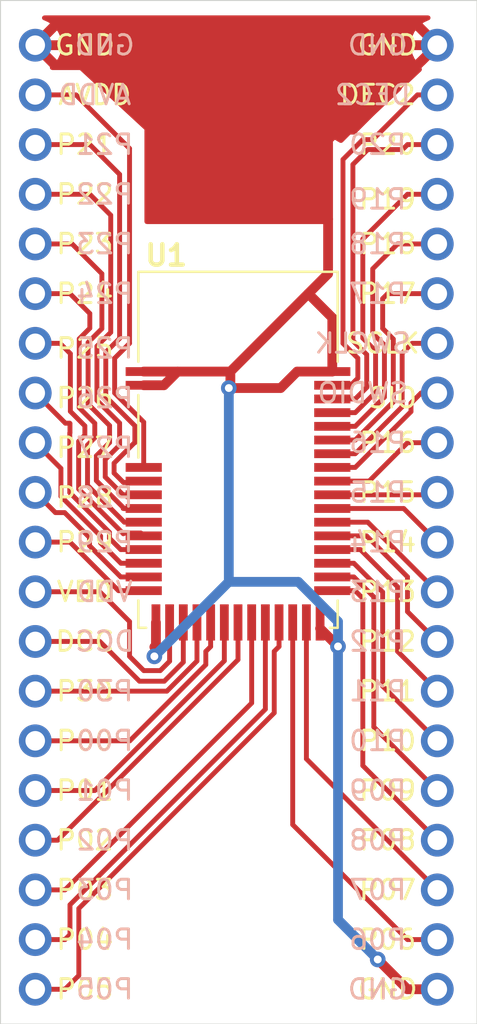
<source format=kicad_pcb>
(kicad_pcb (version 20211014) (generator pcbnew)
  (layers (0 "F.Cu" signal) (31 "B.Cu" signal) (34 "B.Paste" user) (35 "F.Paste" user) (36 "B.SilkS" user "B.Silkscreen") (37 "F.SilkS" user "F.Silkscreen") (38 "B.Mask" user) (39 "F.Mask" user) (44 "Edge.Cuts" user))
  (net 0 "")
  (footprint "Adafruit Bluefruit LE UART Friend:1X12_ROUND" (layer "F.Cu") (at 160.274 107.188 -90)
    (fp_text reference "JP4" hide)
    (fp_text value "HEADER-1X12" hide)
    (pad "1" thru_hole circle (at -13.97 0) (size 1.6764 1.6764) (drill 1) (layers *.Cu *.Mask))
    (pad "2" thru_hole circle (at -11.43 0) (size 1.6764 1.6764) (drill 1) (layers *.Cu *.Mask))
    (pad "3" thru_hole circle (at -8.89 0) (size 1.6764 1.6764) (drill 1) (layers *.Cu *.Mask))
    (pad "4" thru_hole circle (at -6.35 0) (size 1.6764 1.6764) (drill 1) (layers *.Cu *.Mask))
    (pad "5" thru_hole circle (at -3.81 0) (size 1.6764 1.6764) (drill 1) (layers *.Cu *.Mask))
    (pad "6" thru_hole circle (at -1.27 0) (size 1.6764 1.6764) (drill 1) (layers *.Cu *.Mask))
    (pad "7" thru_hole circle (at 1.27 0) (size 1.6764 1.6764) (drill 1) (layers *.Cu *.Mask))
    (pad "8" thru_hole circle (at 3.81 0) (size 1.6764 1.6764) (drill 1) (layers *.Cu *.Mask))
    (pad "9" thru_hole circle (at 6.35 0) (size 1.6764 1.6764) (drill 1) (layers *.Cu *.Mask))
    (pad "10" thru_hole circle (at 8.89 0) (size 1.6764 1.6764) (drill 1) (layers *.Cu *.Mask))
    (pad "11" thru_hole circle (at 11.43 0) (size 1.6764 1.6764) (drill 1) (layers *.Cu *.Mask))
    (pad "12" thru_hole circle (at 13.97 0) (size 1.6764 1.6764) (drill 1) (layers *.Cu *.Mask))
  )
  (footprint "Adafruit Bluefruit LE UART Friend:BLE_MODULE_RAYTAC_MDBT40" (layer "F.Cu") (at 150.0764 93.5813)
    (fp_text reference "U1" (at -4.866 -9.328) (layer "F.SilkS") (effects (font (size 1.0414 1.0414) (thickness 0.2286)) (justify left bottom)))
    (fp_text value "NRF51822_MODULE_MDBT40")
    (fp_line (start -5.1 -9.1) (end 5.1 -9.1) (layer "F.SilkS") (width 0.127))
    (fp_line (start -5.1 7.7) (end -5.1 9.1) (layer "F.SilkS") (width 0.127))
    (fp_line (start 5.1 9.1) (end 5.1 7.7) (layer "F.SilkS") (width 0.127))
    (fp_line (start -5.1 -4.5) (end -5.1 -9.1) (layer "F.SilkS") (width 0.127))
    (fp_line (start 4.7 9.1) (end 5.1 9.1) (layer "F.SilkS") (width 0.127))
    (fp_line (start -5.1 9.1) (end -4.7 9.1) (layer "F.SilkS") (width 0.127))
    (fp_line (start -5.1 -2.8) (end -5.1 0.4) (layer "F.SilkS") (width 0.127))
    (fp_line (start 5.1 -9.1) (end 5.1 -4.5) (layer "F.SilkS") (width 0.127))
    (pad "" np_thru_hole circle (at 2.2 -4.45) (size 0.9 0.9) (drill 0.9) (layers *.Cu *.Mask))
    (pad "1" smd rect (at -4.825 -4) (size 1.85 0.45) (layers "F.Cu" "F.Paste" "F.Mask"))
    (pad "2" smd rect (at -4.825 -3.3) (size 1.85 0.45) (layers "F.Cu" "F.Paste" "F.Mask"))
    (pad "3" smd rect (at -4.825 0.9) (size 1.85 0.45) (layers "F.Cu" "F.Paste" "F.Mask"))
    (pad "4" smd rect (at -4.825 1.6) (size 1.85 0.45) (layers "F.Cu" "F.Paste" "F.Mask"))
    (pad "5" smd rect (at -4.825 2.3) (size 1.85 0.45) (layers "F.Cu" "F.Paste" "F.Mask"))
    (pad "6" smd rect (at -4.825 3) (size 1.85 0.45) (layers "F.Cu" "F.Paste" "F.Mask"))
    (pad "7" smd rect (at -4.825 3.7) (size 1.85 0.45) (layers "F.Cu" "F.Paste" "F.Mask"))
    (pad "8" smd rect (at -4.825 4.4) (size 1.85 0.45) (layers "F.Cu" "F.Paste" "F.Mask"))
    (pad "9" smd rect (at -4.825 5.1) (size 1.85 0.45) (layers "F.Cu" "F.Paste" "F.Mask"))
    (pad "10" smd rect (at -4.825 5.8) (size 1.85 0.45) (layers "F.Cu" "F.Paste" "F.Mask"))
    (pad "11" smd rect (at -4.825 6.5) (size 1.85 0.45) (layers "F.Cu" "F.Paste" "F.Mask"))
    (pad "12" smd rect (at -4.825 7.2) (size 1.85 0.45) (layers "F.Cu" "F.Paste" "F.Mask"))
    (pad "13" smd rect (at -4.2 8.825 90) (size 1.85 0.45) (layers "F.Cu" "F.Paste" "F.Mask"))
    (pad "14" smd rect (at -3.5 8.825 90) (size 1.85 0.45) (layers "F.Cu" "F.Paste" "F.Mask"))
    (pad "15" smd rect (at -2.8 8.825 90) (size 1.85 0.45) (layers "F.Cu" "F.Paste" "F.Mask"))
    (pad "16" smd rect (at -2.1 8.825 90) (size 1.85 0.45) (layers "F.Cu" "F.Paste" "F.Mask"))
    (pad "17" smd rect (at -1.4 8.825 90) (size 1.85 0.45) (layers "F.Cu" "F.Paste" "F.Mask"))
    (pad "18" smd rect (at -0.7 8.825 90) (size 1.85 0.45) (layers "F.Cu" "F.Paste" "F.Mask"))
    (pad "19" smd rect (at 0 8.825 90) (size 1.85 0.45) (layers "F.Cu" "F.Paste" "F.Mask"))
    (pad "20" smd rect (at 0.7 8.825 90) (size 1.85 0.45) (layers "F.Cu" "F.Paste" "F.Mask"))
    (pad "21" smd rect (at 1.4 8.825 90) (size 1.85 0.45) (layers "F.Cu" "F.Paste" "F.Mask"))
    (pad "22" smd rect (at 2.1 8.825 90) (size 1.85 0.45) (layers "F.Cu" "F.Paste" "F.Mask"))
    (pad "23" smd rect (at 2.8 8.825 90) (size 1.85 0.45) (layers "F.Cu" "F.Paste" "F.Mask"))
    (pad "24" smd rect (at 3.5 8.825 90) (size 1.85 0.45) (layers "F.Cu" "F.Paste" "F.Mask"))
    (pad "25" smd rect (at 4.2 8.825 90) (size 1.85 0.45) (layers "F.Cu" "F.Paste" "F.Mask"))
    (pad "26" smd rect (at 4.825 7.2) (size 1.85 0.45) (layers "F.Cu" "F.Paste" "F.Mask"))
    (pad "27" smd rect (at 4.825 6.5) (size 1.85 0.45) (layers "F.Cu" "F.Paste" "F.Mask"))
    (pad "28" smd rect (at 4.825 5.8) (size 1.85 0.45) (layers "F.Cu" "F.Paste" "F.Mask"))
    (pad "29" smd rect (at 4.825 5.1) (size 1.85 0.45) (layers "F.Cu" "F.Paste" "F.Mask"))
    (pad "30" smd rect (at 4.825 4.4) (size 1.85 0.45) (layers "F.Cu" "F.Paste" "F.Mask"))
    (pad "31" smd rect (at 4.825 3.7) (size 1.85 0.45) (layers "F.Cu" "F.Paste" "F.Mask"))
    (pad "32" smd rect (at 4.825 3) (size 1.85 0.45) (layers "F.Cu" "F.Paste" "F.Mask"))
    (pad "33" smd rect (at 4.825 2.3) (size 1.85 0.45) (layers "F.Cu" "F.Paste" "F.Mask"))
    (pad "34" smd rect (at 4.825 1.6) (size 1.85 0.45) (layers "F.Cu" "F.Paste" "F.Mask"))
    (pad "35" smd rect (at 4.825 0.9) (size 1.85 0.45) (layers "F.Cu" "F.Paste" "F.Mask"))
    (pad "36" smd rect (at 4.825 0.2) (size 1.85 0.45) (layers "F.Cu" "F.Paste" "F.Mask"))
    (pad "37" smd rect (at 4.825 -0.5) (size 1.85 0.45) (layers "F.Cu" "F.Paste" "F.Mask"))
    (pad "38" smd rect (at 4.825 -1.2) (size 1.85 0.45) (layers "F.Cu" "F.Paste" "F.Mask"))
    (pad "39" smd rect (at 4.825 -1.9) (size 1.85 0.45) (layers "F.Cu" "F.Paste" "F.Mask"))
    (pad "40" smd rect (at 4.825 -2.6) (size 1.85 0.45) (layers "F.Cu" "F.Paste" "F.Mask"))
    (pad "41" smd rect (at 4.825 -3.3) (size 1.85 0.45) (layers "F.Cu" "F.Paste" "F.Mask"))
    (pad "42" smd rect (at 4.825 -4) (size 1.85 0.45) (layers "F.Cu" "F.Paste" "F.Mask"))
  )
  (footprint "Adafruit Bluefruit LE UART Friend:1X12_ROUND" (layer "F.Cu") (at 139.7 107.188 -90)
    (fp_text reference "JP2" hide)
    (fp_text value "HEADER-1X12" hide)
    (pad "1" thru_hole circle (at -13.97 0) (size 1.6764 1.6764) (drill 1) (layers *.Cu *.Mask))
    (pad "2" thru_hole circle (at -11.43 0) (size 1.6764 1.6764) (drill 1) (layers *.Cu *.Mask))
    (pad "3" thru_hole circle (at -8.89 0) (size 1.6764 1.6764) (drill 1) (layers *.Cu *.Mask))
    (pad "4" thru_hole circle (at -6.35 0) (size 1.6764 1.6764) (drill 1) (layers *.Cu *.Mask))
    (pad "5" thru_hole circle (at -3.81 0) (size 1.6764 1.6764) (drill 1) (layers *.Cu *.Mask))
    (pad "6" thru_hole circle (at -1.27 0) (size 1.6764 1.6764) (drill 1) (layers *.Cu *.Mask))
    (pad "7" thru_hole circle (at 1.27 0) (size 1.6764 1.6764) (drill 1) (layers *.Cu *.Mask))
    (pad "8" thru_hole circle (at 3.81 0) (size 1.6764 1.6764) (drill 1) (layers *.Cu *.Mask))
    (pad "9" thru_hole circle (at 6.35 0) (size 1.6764 1.6764) (drill 1) (layers *.Cu *.Mask))
    (pad "10" thru_hole circle (at 8.89 0) (size 1.6764 1.6764) (drill 1) (layers *.Cu *.Mask))
    (pad "11" thru_hole circle (at 11.43 0) (size 1.6764 1.6764) (drill 1) (layers *.Cu *.Mask))
    (pad "12" thru_hole circle (at 13.97 0) (size 1.6764 1.6764) (drill 1) (layers *.Cu *.Mask))
  )
  (footprint "Adafruit Bluefruit LE UART Friend:1X08_ROUND" (layer "F.Cu") (at 160.274 81.788 -90)
    (fp_text reference "JP3" hide)
    (fp_text value "HEADER-1X8" hide)
    (pad "1" thru_hole circle (at -8.89 0) (size 1.6764 1.6764) (drill 1) (layers *.Cu *.Mask))
    (pad "2" thru_hole circle (at -6.35 0) (size 1.6764 1.6764) (drill 1) (layers *.Cu *.Mask))
    (pad "3" thru_hole circle (at -3.81 0) (size 1.6764 1.6764) (drill 1) (layers *.Cu *.Mask))
    (pad "4" thru_hole circle (at -1.27 0) (size 1.6764 1.6764) (drill 1) (layers *.Cu *.Mask))
    (pad "5" thru_hole circle (at 1.27 0) (size 1.6764 1.6764) (drill 1) (layers *.Cu *.Mask))
    (pad "6" thru_hole circle (at 3.81 0) (size 1.6764 1.6764) (drill 1) (layers *.Cu *.Mask))
    (pad "7" thru_hole circle (at 6.35 0) (size 1.6764 1.6764) (drill 1) (layers *.Cu *.Mask))
    (pad "8" thru_hole circle (at 8.89 0) (size 1.6764 1.6764) (drill 1) (layers *.Cu *.Mask))
  )
  (footprint "Adafruit Bluefruit LE UART Friend:1X08_ROUND" (layer "F.Cu") (at 139.7 81.788 -90)
    (fp_text reference "JP1" hide)
    (fp_text value "HEADER-1X8" hide)
    (pad "1" thru_hole circle (at -8.89 0) (size 1.6764 1.6764) (drill 1) (layers *.Cu *.Mask))
    (pad "2" thru_hole circle (at -6.35 0) (size 1.6764 1.6764) (drill 1) (layers *.Cu *.Mask))
    (pad "3" thru_hole circle (at -3.81 0) (size 1.6764 1.6764) (drill 1) (layers *.Cu *.Mask))
    (pad "4" thru_hole circle (at -1.27 0) (size 1.6764 1.6764) (drill 1) (layers *.Cu *.Mask))
    (pad "5" thru_hole circle (at 1.27 0) (size 1.6764 1.6764) (drill 1) (layers *.Cu *.Mask))
    (pad "6" thru_hole circle (at 3.81 0) (size 1.6764 1.6764) (drill 1) (layers *.Cu *.Mask))
    (pad "7" thru_hole circle (at 6.35 0) (size 1.6764 1.6764) (drill 1) (layers *.Cu *.Mask))
    (pad "8" thru_hole circle (at 8.89 0) (size 1.6764 1.6764) (drill 1) (layers *.Cu *.Mask))
  )
  (gr_rect (start 137.922 122.936) (end 162.306 70.612) (layer "Edge.Cuts") (width 0.05) (fill none))
  (gr_text "P07" (at 157.226 116.078) (layer "B.SilkS") (effects (font (size 1 1)) (justify mirror)))
  (gr_text "P22" (at 143.256 80.518) (layer "B.SilkS") (effects (font (size 1 1)) (justify mirror)))
  (gr_text "P12" (at 157.226 103.378) (layer "B.SilkS") (effects (font (size 1 1)) (justify mirror)))
  (gr_text "P20" (at 157.226 77.978) (layer "B.SilkS") (effects (font (size 1 1)) (justify mirror)))
  (gr_text "P29" (at 143.256 98.298) (layer "B.SilkS") (effects (font (size 1 1)) (justify mirror)))
  (gr_text "P14" (at 157.226 98.298) (layer "B.SilkS") (effects (font (size 1 1)) (justify mirror)))
  (gr_text "SWDIO" (at 156.464 90.678) (layer "B.SilkS") (effects (font (size 1 1)) (justify mirror)))
  (gr_text "VDD" (at 143.256 100.838) (layer "B.SilkS") (effects (font (size 1 1)) (justify mirror)))
  (gr_text "SWCLK" (at 156.464 88.138) (layer "B.SilkS") (effects (font (size 1 1)) (justify mirror)))
  (gr_text "P28" (at 143.256 96.012) (layer "B.SilkS") (effects (font (size 1 1)) (justify mirror)))
  (gr_text "P02" (at 143.256 113.538) (layer "B.SilkS") (effects (font (size 1 1)) (justify mirror)))
  (gr_text "P06" (at 157.226 118.618) (layer "B.SilkS") (effects (font (size 1 1)) (justify mirror)))
  (gr_text "P09" (at 157.226 110.998) (layer "B.SilkS") (effects (font (size 1 1)) (justify mirror)))
  (gr_text "P13" (at 157.226 100.838) (layer "B.SilkS") (effects (font (size 1 1)) (justify mirror)))
  (gr_text "P19" (at 157.226 80.772) (layer "B.SilkS") (effects (font (size 1 1)) (justify mirror)))
  (gr_text "P27" (at 143.256 93.472) (layer "B.SilkS") (effects (font (size 1 1)) (justify mirror)))
  (gr_text "P01" (at 143.256 110.998) (layer "B.SilkS") (effects (font (size 1 1)) (justify mirror)))
  (gr_text "DCC" (at 143.256 103.378) (layer "B.SilkS") (effects (font (size 1 1)) (justify mirror)))
  (gr_text "P03" (at 143.256 116.078) (layer "B.SilkS") (effects (font (size 1 1)) (justify mirror)))
  (gr_text "P08" (at 157.226 113.538) (layer "B.SilkS") (effects (font (size 1 1)) (justify mirror)))
  (gr_text "P16" (at 157.226 93.218) (layer "B.SilkS") (effects (font (size 1 1)) (justify mirror)))
  (gr_text "DEC2" (at 156.972 75.438) (layer "B.SilkS") (effects (font (size 1 1)) (justify mirror)))
  (gr_text "P21" (at 143.256 77.978) (layer "B.SilkS") (effects (font (size 1 1)) (justify mirror)))
  (gr_text "P23" (at 143.256 83.058) (layer "B.SilkS") (effects (font (size 1 1)) (justify mirror)))
  (gr_text "P11" (at 157.226 105.918) (layer "B.SilkS") (effects (font (size 1 1)) (justify mirror)))
  (gr_text "P10" (at 157.226 108.458) (layer "B.SilkS") (effects (font (size 1 1)) (justify mirror)))
  (gr_text "GND" (at 157.226 72.898) (layer "B.SilkS") (effects (font (size 1 1)) (justify mirror)))
  (gr_text "P05" (at 143.256 121.158) (layer "B.SilkS") (effects (font (size 1 1)) (justify mirror)))
  (gr_text "GND" (at 143.256 72.898) (layer "B.SilkS") (effects (font (size 1 1)) (justify mirror)))
  (gr_text "P17" (at 157.226 85.598) (layer "B.SilkS") (effects (font (size 1 1)) (justify mirror)))
  (gr_text "P25" (at 143.256 88.392) (layer "B.SilkS") (effects (font (size 1 1)) (justify mirror)))
  (gr_text "P24" (at 143.256 85.598) (layer "B.SilkS") (effects (font (size 1 1)) (justify mirror)))
  (gr_text "P04" (at 143.256 118.618) (layer "B.SilkS") (effects (font (size 1 1)) (justify mirror)))
  (gr_text "P18" (at 157.226 83.058) (layer "B.SilkS") (effects (font (size 1 1)) (justify mirror)))
  (gr_text "AVDD" (at 142.748 75.438) (layer "B.SilkS") (effects (font (size 1 1)) (justify mirror)))
  (gr_text "P30" (at 143.256 105.918) (layer "B.SilkS") (effects (font (size 1 1)) (justify mirror)))
  (gr_text "GND" (at 157.226 121.158) (layer "B.SilkS") (effects (font (size 1 1)) (justify mirror)))
  (gr_text "P15" (at 157.226 95.758) (layer "B.SilkS") (effects (font (size 1 1)) (justify mirror)))
  (gr_text "P00" (at 143.256 108.458) (layer "B.SilkS") (effects (font (size 1 1)) (justify mirror)))
  (gr_text "P26" (at 143.256 90.932) (layer "B.SilkS") (effects (font (size 1 1)) (justify mirror)))
  (gr_text "P21" (at 142.24 77.978) (layer "F.SilkS") (effects (font (size 1 1))))
  (gr_text "SCLK" (at 157.48 88.138) (layer "F.SilkS") (effects (font (size 1 1))))
  (gr_text "GND" (at 157.734 121.158) (layer "F.SilkS") (effects (font (size 1 1))))
  (gr_text "AVDD" (at 142.748 75.438) (layer "F.SilkS") (effects (font (size 1 1))))
  (gr_text "DCC" (at 142.24 103.378) (layer "F.SilkS") (effects (font (size 1 1))))
  (gr_text "P22" (at 142.24 80.518) (layer "F.SilkS") (effects (font (size 1 1))))
  (gr_text "P04" (at 142.24 118.618) (layer "F.SilkS") (effects (font (size 1 1))))
  (gr_text "P09" (at 157.734 110.998) (layer "F.SilkS") (effects (font (size 1 1))))
  (gr_text "DEC2" (at 157.226 75.438) (layer "F.SilkS") (effects (font (size 1 1))))
  (gr_text "P24" (at 142.24 85.598) (layer "F.SilkS") (effects (font (size 1 1))))
  (gr_text "P27" (at 142.24 93.472) (layer "F.SilkS") (effects (font (size 1 1))))
  (gr_text "P11" (at 157.734 105.918) (layer "F.SilkS") (effects (font (size 1 1))))
  (gr_text "P17" (at 157.734 85.598) (layer "F.SilkS") (effects (font (size 1 1))))
  (gr_text "P14" (at 157.734 98.298) (layer "F.SilkS") (effects (font (size 1 1))))
  (gr_text "P20" (at 157.734 77.978) (layer "F.SilkS") (effects (font (size 1 1))))
  (gr_text "P29" (at 142.24 98.298) (layer "F.SilkS") (effects (font (size 1 1))))
  (gr_text "P12" (at 157.734 103.378) (layer "F.SilkS") (effects (font (size 1 1))))
  (gr_text "P06" (at 157.734 118.618) (layer "F.SilkS") (effects (font (size 1 1))))
  (gr_text "P10" (at 157.734 108.458) (layer "F.SilkS") (effects (font (size 1 1))))
  (gr_text "P23" (at 142.24 83.058) (layer "F.SilkS") (effects (font (size 1 1))))
  (gr_text "SIO" (at 157.988 90.932) (layer "F.SilkS") (effects (font (size 1 1))))
  (gr_text "P18" (at 157.734 83.058) (layer "F.SilkS") (effects (font (size 1 1))))
  (gr_text "P28" (at 142.24 96.012) (layer "F.SilkS") (effects (font (size 1 1))))
  (gr_text "GND" (at 142.24 72.898) (layer "F.SilkS") (effects (font (size 1 1))))
  (gr_text "P07" (at 157.734 116.078) (layer "F.SilkS") (effects (font (size 1 1))))
  (gr_text "P03" (at 142.24 116.078) (layer "F.SilkS") (effects (font (size 1 1))))
  (gr_text "P02" (at 142.24 113.538) (layer "F.SilkS") (effects (font (size 1 1))))
  (gr_text "P13" (at 157.734 100.838) (layer "F.SilkS") (effects (font (size 1 1))))
  (gr_text "P08" (at 157.734 113.538) (layer "F.SilkS") (effects (font (size 1 1))))
  (gr_text "P30" (at 142.24 105.918) (layer "F.SilkS") (effects (font (size 1 1))))
  (gr_text "P01" (at 142.24 110.998) (layer "F.SilkS") (effects (font (size 1 1))))
  (gr_text "P19" (at 157.734 80.772) (layer "F.SilkS") (effects (font (size 1 1))))
  (gr_text "VDD" (at 142.24 100.838) (layer "F.SilkS") (effects (font (size 1 1))))
  (gr_text "P00" (at 142.24 108.458) (layer "F.SilkS") (effects (font (size 1 1))))
  (gr_text "P16" (at 157.734 93.218) (layer "F.SilkS") (effects (font (size 1 1))))
  (gr_text "P05" (at 142.24 121.158) (layer "F.SilkS") (effects (font (size 1 1))))
  (gr_text "P15" (at 157.734 95.758) (layer "F.SilkS") (effects (font (size 1 1))))
  (gr_text "P25" (at 142.24 88.392) (layer "F.SilkS") (effects (font (size 1 1))))
  (gr_text "GND" (at 157.734 72.898) (layer "F.SilkS") (effects (font (size 1 1))))
  (gr_text "P26" (at 142.24 90.932) (layer "F.SilkS") (effects (font (size 1 1))))
  (segment (start 152.1764 102.4063) (end 152.1764 103.6392) (width 0.25) (layer "F.Cu") (net 0))
  (segment (start 153.101401 89.5813) (end 152.258701 90.424) (width 0.5) (layer "F.Cu") (net 0))
  (segment (start 145.2514 92.1654) (end 143.764 90.678) (width 0.25) (layer "F.Cu") (net 0))
  (segment (start 157.0268 101.1003) (end 157.0268 107.7508) (width 0.25) (layer "F.Cu") (net 0))
  (segment (start 143.73485 94.26315) (end 143.73485 94.77115) (width 0.25) (layer "F.Cu") (net 0))
  (segment (start 156.464 87.872156) (end 156.464 82.804) (width 0.25) (layer "F.Cu") (net 0))
  (segment (start 141.206234 96.791766) (end 140.733766 96.791766) (width 0.25) (layer "F.Cu") (net 0))
  (segment (start 144.018 92.213844) (end 142.8576 91.053444) (width 0.25) (layer "F.Cu") (net 0))
  (segment (start 142.748 72.898) (end 143.764 72.898) (width 0.5) (layer "F.Cu") (net 0))
  (segment (start 157.48 87.376) (end 157.48 85.852) (width 0.25) (layer "F.Cu") (net 0))
  (segment (start 142.37525 95.397094) (end 142.37525 93.33675) (width 0.25) (layer "F.Cu") (net 0))
  (segment (start 153.5764 102.4063) (end 153.5764 109.3804) (width 0.25) (layer "F.Cu") (net 0))
  (segment (start 146.304 80.518) (end 147.574 81.788) (width 0.5) (layer "F.Cu") (net 0))
  (segment (start 140.733766 96.791766) (end 139.7 95.758) (width 0.25) (layer "F.Cu") (net 0))
  (segment (start 154.2764 102.4063) (end 154.2764 102.7144) (width 0.25) (layer "F.Cu") (net 0))
  (segment (start 142.4044 88.094678) (end 142.4044 91.241166) (width 0.25) (layer "F.Cu") (net 0))
  (segment (start 158.496 78.232) (end 158.75 77.978) (width 0.25) (layer "F.Cu") (net 0))
  (segment (start 139.7 110.998) (end 142.748 110.998) (width 0.25) (layer "F.Cu") (net 0))
  (segment (start 153.67 85.598) (end 154.686 84.582) (width 0.5) (layer "F.Cu") (net 0))
  (segment (start 142.476234 98.481134) (end 142.476234 98.061766) (width 0.25) (layer "F.Cu") (net 0))
  (segment (start 139.7 77.978) (end 142.494 77.978) (width 0.25) (layer "F.Cu") (net 0))
  (segment (start 141.46885 95.772538) (end 141.46885 92.71915) (width 0.25) (layer "F.Cu") (net 0))
  (segment (start 158.476 88.646) (end 158.984 88.138) (width 0.25) (layer "F.Cu") (net 0))
  (segment (start 144.526 104.14) (end 144.526 102.362) (width 0.25) (layer "F.Cu") (net 0))
  (segment (start 150.7764 106.5256) (end 141.224 116.078) (width 0.25) (layer "F.Cu") (net 0))
  (segment (start 154.9014 97.9813) (end 156.6553 97.9813) (width 0.25) (layer "F.Cu") (net 0))
  (segment (start 154.9014 97.2813) (end 156.7173 97.2813) (width 0.25) (layer "F.Cu") (net 0))
  (segment (start 144.018 87.884) (end 143.3108 88.5912) (width 0.25) (layer "F.Cu") (net 0))
  (segment (start 141.478 92.71) (end 141.478 92.237532) (width 0.25) (layer "F.Cu") (net 0))
  (segment (start 154.9014 95.8813) (end 160.1507 95.8813) (width 0.25) (layer "F.Cu") (net 0))
  (segment (start 145.2514 98.6813) (end 144.0764 98.6813) (width 0.25) (layer "F.Cu") (net 0))
  (segment (start 150.0764 102.4063) (end 150.0764 104.310522) (width 0.25) (layer "F.Cu") (net 0))
  (segment (start 144.2093 97.872066) (end 144.246866 97.8345) (width 0.25) (layer "F.Cu") (net 0))
  (segment (start 144.018 79.502) (end 144.018 87.884) (width 0.25) (layer "F.Cu") (net 0))
  (segment (start 156.0764 93.0813) (end 158.0228 91.1349) (width 0.25) (layer "F.Cu") (net 0))
  (segment (start 156.972 84.328) (end 158.242 83.058) (width 0.25) (layer "F.Cu") (net 0))
  (segment (start 154.9014 89.5813) (end 154.9014 86.8294) (width 0.5) (layer "F.Cu") (net 0))
  (segment (start 158.476 91.3817) (end 158.476 88.646) (width 0.25) (layer "F.Cu") (net 0))
  (segment (start 141.224 116.078) (end 139.7 116.078) (width 0.25) (layer "F.Cu") (net 0))
  (segment (start 154.9014 95.1813) (end 156.7867 95.1813) (width 0.25) (layer "F.Cu") (net 0))
  (segment (start 157.1164 88.524556) (end 156.464 87.872156) (width 0.25) (layer "F.Cu") (net 0))
  (segment (start 156.3393 98.6813) (end 158.242 100.584) (width 0.25) (layer "F.Cu") (net 0))
  (segment (start 144.018 93.339078) (end 144.018 92.213844) (width 0.25) (layer "F.Cu") (net 0))
  (segment (start 158.5573 96.5813) (end 160.274 98.298) (width 0.25) (layer "F.Cu") (net 0))
  (segment (start 148.6764 103.6392) (end 148.4296 103.886) (width 0.25) (layer "F.Cu") (net 0))
  (segment (start 141.92205 93.149028) (end 142.24 92.831078) (width 0.25) (layer "F.Cu") (net 0))
  (segment (start 150.7764 102.4063) (end 150.7764 106.5256) (width 0.25) (layer "F.Cu") (net 0))
  (segment (start 155.8447 90.2813) (end 156.21 89.916) (width 0.25) (layer "F.Cu") (net 0))
  (segment (start 154.9014 99.3813) (end 156.0078 99.3813) (width 0.25) (layer "F.Cu") (net 0))
  (segment (start 157.0268 107.7508) (end 160.274 110.998) (width 0.25) (layer "F.Cu") (net 0))
  (segment (start 141.5876 83.058) (end 143.1116 84.582) (width 0.25) (layer "F.Cu") (net 0))
  (segment (start 156.0078 100.0813) (end 157.0268 101.1003) (width 0.25) (layer "F.Cu") (net 0))
  (segment (start 160.1507 95.8813) (end 160.274 95.758) (width 0.25) (layer "F.Cu") (net 0))
  (segment (start 146.097631 104.8682) (end 145.2542 104.8682) (width 0.25) (layer "F.Cu") (net 0))
  (segment (start 141.241766 92.219766) (end 139.7 90.678) (width 0.25) (layer "F.Cu") (net 0))
  (segment (start 157.5696 88.2276) (end 156.972 87.63) (width 0.25) (layer "F.Cu") (net 0))
  (segment (start 156.066878 100.7813) (end 156.464 101.178422) (width 0.25) (layer "F.Cu") (net 0))
  (segment (start 143.044956 98.340956) (end 144.0853 99.3813) (width 0.25) (layer "F.Cu") (net 0))
  (segment (start 144.246866 97.8345) (end 145.1046 97.8345) (width 0.25) (layer "F.Cu") (net 0))
  (segment (start 151.9296 103.886) (end 151.9296 107.029322) (width 0.25) (layer "F.Cu") (net 0))
  (segment (start 142.8576 88.2824) (end 143.5648 87.5752) (width 0.25) (layer "F.Cu") (net 0))
  (segment (start 158.0228 91.1349) (end 158.0228 87.9188) (width 0.25) (layer "F.Cu") (net 0))
  (segment (start 158.242 83.058) (end 160.274 83.058) (width 0.25) (layer "F.Cu") (net 0))
  (segment (start 155.194 77.216) (end 155.956 77.216) (width 0.5) (layer "F.Cu") (net 0))
  (segment (start 156.0764 92.3813) (end 157.5696 90.8881) (width 0.25) (layer "F.Cu") (net 0))
  (segment (start 158.75 77.978) (end 160.274 77.978) (width 0.25) (layer "F.Cu") (net 0))
  (segment (start 141.9312 120.4508) (end 141.224 121.158) (width 0.25) (layer "F.Cu") (net 0))
  (segment (start 151.9296 107.029322) (end 141.9312 117.027722) (width 0.25) (layer "F.Cu") (net 0))
  (segment (start 143.044956 97.989566) (end 143.044956 98.340956) (width 0.25) (layer "F.Cu") (net 0))
  (segment (start 142.494 77.978) (end 144.018 79.502) (width 0.25) (layer "F.Cu") (net 0))
  (segment (start 145.2514 95.1813) (end 145.1827 95.25) (width 0.25) (layer "F.Cu") (net 0))
  (segment (start 140.97 88.138) (end 139.7 88.138) (width 0.25) (layer "F.Cu") (net 0))
  (segment (start 152.8764 102.4063) (end 152.8764 112.7444) (width 0.25) (layer "F.Cu") (net 0))
  (segment (start 158.75 118.618) (end 160.274 118.618) (width 0.25) (layer "F.Cu") (net 0))
  (segment (start 156.464 109.728) (end 160.274 113.538) (width 0.25) (layer "F.Cu") (net 0))
  (segment (start 145.2514 100.0813) (end 144.0764 100.0813) (width 0.25) (layer "F.Cu") (net 0))
  (segment (start 154.2764 102.7144) (end 155.194 103.632) (width 0.5) (layer "F.Cu") (net 0))
  (segment (start 156.0078 99.3813) (end 157.48 100.8535) (width 0.25) (layer "F.Cu") (net 0))
  (segment (start 144.537844 108.458) (end 139.7 108.458) (width 0.25) (layer "F.Cu") (net 0))
  (segment (start 144.251678 96.5813) (end 145.2514 96.5813) (width 0.25) (layer "F.Cu") (net 0))
  (segment (start 158.9292 91.193978) (end 159.445178 90.678) (width 0.25) (layer "F.Cu") (net 0))
  (segment (start 144.526 102.362) (end 143.002 100.838) (width 0.25) (layer "F.Cu") (net 0))
  (segment (start 158.75 80.518) (end 160.274 80.518) (width 0.25) (layer "F.Cu") (net 0))
  (segment (start 143.002 100.838) (end 139.7 100.838) (width 0.25) (layer "F.Cu") (net 0))
  (segment (start 154.686 81.788) (end 154.686 77.724) (width 0.5) (layer "F.Cu") (net 0))
  (segment (start 158.242 100.584) (end 158.242 103.886) (width 0.25) (layer "F.Cu") (net 0))
  (segment (start 158.75 100.076) (end 158.75 101.854) (width 0.25) (layer "F.Cu") (net 0))
  (segment (start 142.494 87.364156) (end 142.494 86.614) (width 0.25) (layer "F.Cu") (net 0))
  (segment (start 149.606 90.424) (end 149.6867 90.3433) (width 0.25) (layer "F.Cu") (net 0))
  (segment (start 156.6632 88.712278) (end 155.956 88.005078) (width 0.25) (layer "F.Cu") (net 0))
  (segment (start 141.478 118.364) (end 141.224 118.618) (width 0.25) (layer "F.Cu") (net 0))
  (segment (start 155.956 78.994) (end 156.718 78.232) (width 0.25) (layer "F.Cu") (net 0))
  (segment (start 157.48 105.664) (end 160.274 108.458) (width 0.25) (layer "F.Cu") (net 0))
  (segment (start 142.748 92.225688) (end 141.9512 91.428888) (width 0.25) (layer "F.Cu") (net 0))
  (segment (start 142.488078 95.509922) (end 142.37525 95.397094) (width 0.25) (layer "F.Cu") (net 0))
  (segment (start 154.9014 91.6813) (end 156.0764 91.6813) (width 0.25) (layer "F.Cu") (net 0))
  (segment (start 143.764 72.898) (end 160.274 72.898) (width 0.5) (layer "F.Cu") (net 0))
  (segment (start 142.37525 93.33675) (end 142.748 92.964) (width 0.25) (layer "F.Cu") (net 0))
  (segment (start 156.0764 90.9813) (end 156.6632 90.3945) (width 0.25) (layer "F.Cu") (net 0))
  (segment (start 142.8576 91.053444) (end 142.8576 88.2824) (width 0.25) (layer "F.Cu") (net 0))
  (segment (start 146.304 76.454) (end 146.304 80.518) (width 0.5) (layer "F.Cu") (net 0))
  (segment (start 154.9014 92.3813) (end 156.0764 92.3813) (width 0.25) (layer "F.Cu") (net 0))
  (segment (start 141.224 121.158) (end 139.7 121.158) (width 0.25) (layer "F.Cu") (net 0))
  (segment (start 156.0764 91.6813) (end 157.1164 90.6413) (width 0.25) (layer "F.Cu") (net 0))
  (segment (start 157.1164 90.6413) (end 157.1164 88.524556) (width 0.25) (layer "F.Cu") (net 0))
  (segment (start 152.1764 103.6392) (end 151.9296 103.886) (width 0.25) (layer "F.Cu") (net 0))
  (segment (start 158.242 103.886) (end 160.274 105.918) (width 0.25) (layer "F.Cu") (net 0))
  (segment (start 154.9014 93.0813) (end 156.0764 93.0813) (width 0.25) (layer "F.Cu") (net 0))
  (segment (start 143.28165 94.97035) (end 143.28165 94.075428) (width 0.25) (layer "F.Cu") (net 0))
  (segment (start 142.4044 91.241166) (end 143.504078 92.340844) (width 0.25) (layer "F.Cu") (net 0))
  (segment (start 147.2764 102.4063) (end 147.2764 104.4376) (width 0.25) (layer "F.Cu") (net 0))
  (segment (start 148.4296 104.566244) (end 144.537844 108.458) (width 0.25) (layer "F.Cu") (net 0))
  (segment (start 143.498156 98.103056) (end 143.498156 97.801844) (width 0.25) (layer "F.Cu") (net 0))
  (segment (start 153.5764 109.3804) (end 160.274 116.078) (width 0.25) (layer "F.Cu") (net 0))
  (segment (start 156.464 101.178422) (end 156.464 109.728) (width 0.25) (layer "F.Cu") (net 0))
  (segment (start 142.748 92.964) (end 142.748 92.225688) (width 0.25) (layer "F.Cu") (net 0))
  (segment (start 154.9014 94.4813) (end 156.0764 94.4813) (width 0.25) (layer "F.Cu") (net 0))
  (segment (start 144.259456 97.2813) (end 142.488078 95.509922) (width 0.25) (layer "F.Cu") (net 0))
  (segment (start 147.574 81.788) (end 154.686 81.788) (width 0.5) (layer "F.Cu") (net 0))
  (segment (start 141.478 92.237532) (end 141.460234 92.219766) (width 0.25) (layer "F.Cu") (net 0))
  (segment (start 156.0764 93.7813) (end 158.476 91.3817) (width 0.25) (layer "F.Cu") (net 0))
  (segment (start 158.75 93.218) (end 160.274 93.218) (width 0.25) (layer "F.Cu") (net 0))
  (segment (start 139.7 72.898) (end 142.748 72.898) (width 0.5) (layer "F.Cu") (net 0))
  (segment (start 145.2514 96.5813) (end 144.200378 96.5813) (width 0.25) (layer "F.Cu") (net 0))
  (segment (start 144.526 88.138) (end 144.526 78.1772) (width 0.25) (layer "F.Cu") (net 0))
  (segment (start 157.734 85.598) (end 160.274 85.598) (width 0.25) (layer "F.Cu") (net 0))
  (segment (start 143.764 88.9) (end 144.526 88.138) (width 0.25) (layer "F.Cu") (net 0))
  (segment (start 151.4764 106.8416) (end 141.478 116.84) (width 0.25) (layer "F.Cu") (net 0))
  (segment (start 145.8764 103.5813) (end 145.796 103.6617) (width 0.5) (layer "F.Cu") (net 0))
  (segment (start 156.21 88.9) (end 155.448 88.138) (width 0.25) (layer "F.Cu") (net 0))
  (segment (start 143.1116 87.387478) (end 142.4044 88.094678) (width 0.25) (layer "F.Cu") (net 0))
  (segment (start 154.9014 100.7813) (end 156.066878 100.7813) (width 0.25) (layer "F.Cu") (net 0))
  (segment (start 141.224 118.618) (end 139.7 118.618) (width 0.25) (layer "F.Cu") (net 0))
  (segment (start 144.1926 95.8813) (end 143.28165 94.97035) (width 0.25) (layer "F.Cu") (net 0))
  (segment (start 147.2764 104.4376) (end 146.304 105.41) (width 0.25) (layer "F.Cu") (net 0))
  (segment (start 156.6632 90.3945) (end 156.6632 88.712278) (width 0.25) (layer "F.Cu") (net 0))
  (segment (start 155.448 88.138) (end 155.448 78.74) (width 0.25) (layer "F.Cu") (net 0))
  (segment (start 144.2093 97.872066) (end 141.92205 95.584816) (width 0.25) (layer "F.Cu") (net 0))
  (segment (start 140.848922 113.538) (end 139.7 113.538) (width 0.25) (layer "F.Cu") (net 0))
  (segment (start 141.478 116.84) (end 141.478 118.364) (width 0.25) (layer "F.Cu") (net 0))
  (segment (start 156.7173 97.2813) (end 160.274 100.838) (width 0.25) (layer "F.Cu") (net 0))
  (segment (start 148.4296 103.886) (end 148.4296 104.566244) (width 0.25) (layer "F.Cu") (net 0))
  (segment (start 143.002 103.378) (end 139.7 103.378) (width 0.25) (layer "F.Cu") (net 0))
  (segment (start 158.75 101.854) (end 160.274 103.378) (width 0.25) (layer "F.Cu") (net 0))
  (segment (start 158.0228 87.9188) (end 157.48 87.376) (width 0.25) (layer "F.Cu") (net 0))
  (segment (start 154.9014 98.6813) (end 156.3393 98.6813) (width 0.25) (layer "F.Cu") (net 0))
  (segment (start 154.9014 100.0813) (end 156.0078 100.0813) (width 0.25) (layer "F.Cu") (net 0))
  (segment (start 141.478 85.598) (end 139.7 85.598) (width 0.25) (layer "F.Cu") (net 0))
  (segment (start 156.0764 94.4813) (end 158.9292 91.6285) (width 0.25) (layer "F.Cu") (net 0))
  (segment (start 144.0764 100.0813) (end 142.476234 98.481134) (width 0.25) (layer "F.Cu") (net 0))
  (segment (start 158.984 88.138) (end 160.274 88.138) (width 0.25) (layer "F.Cu") (net 0))
  (segment (start 141.9312 117.027722) (end 141.9312 120.4508) (width 0.25) (layer "F.Cu") (net 0))
  (segment (start 154.686 77.724) (end 155.194 77.216) (width 0.5) (layer "F.Cu") (net 0))
  (segment (start 154.9014 86.8294) (end 153.67 85.598) (width 0.5) (layer "F.Cu") (net 0))
  (segment (start 144.2137 95.25) (end 143.73485 94.77115) (width 0.25) (layer "F.Cu") (net 0))
  (segment (start 141.46885 92.71915) (end 141.478 92.71) (width 0.25) (layer "F.Cu") (net 0))
  (segment (start 141.460234 92.219766) (end 141.241766 92.219766) (width 0.25) (layer "F.Cu") (net 0))
  (segment (start 152.8764 112.7444) (end 158.75 118.618) (width 0.25) (layer "F.Cu") (net 0))
  (segment (start 156.972 87.63) (end 156.972 84.328) (width 0.25) (layer "F.Cu") (net 0))
  (segment (start 147.9764 102.4063) (end 147.9764 104.378522) (width 0.25) (layer "F.Cu") (net 0))
  (segment (start 150.0764 104.310522) (end 140.848922 113.538) (width 0.25) (layer "F.Cu") (net 0))
  (segment (start 142.494 80.518) (end 139.7 80.518) (width 0.25) (layer "F.Cu") (net 0))
  (segment (start 145.2514 97.2813) (end 144.259456 97.2813) (width 0.25) (layer "F.Cu") (net 0))
  (segment (start 139.7 98.298) (end 141.478 98.298) (width 0.25) (layer "F.Cu") (net 0))
  (segment (start 145.1046 97.8345) (end 145.2514 97.9813) (width 0.25) (layer "F.Cu") (net 0))
  (segment (start 155.956 88.005078) (end 155.956 78.994) (width 0.25) (layer "F.Cu") (net 0))
  (segment (start 142.24 92.831078) (end 142.24 92.35861) (width 0.25) (layer "F.Cu") (net 0))
  (segment (start 155.448 78.74) (end 156.464 77.724) (width 0.25) (layer "F.Cu") (net 0))
  (segment (start 156.972 77.724) (end 159.258 75.438) (width 0.25) (layer "F.Cu") (net 0))
  (segment (start 143.28165 94.075428) (end 144.018 93.339078) (width 0.25) (layer "F.Cu") (net 0))
  (segment (start 144.0853 99.3813) (end 145.2514 99.3813) (width 0.25) (layer "F.Cu") (net 0))
  (segment (start 154.9014 93.7813) (end 156.0764 93.7813) (width 0.25) (layer "F.Cu") (net 0))
  (segment (start 142.24 92.35861) (end 141.498 91.61661) (width 0.25) (layer "F.Cu") (net 0))
  (segment (start 157.48 100.8535) (end 157.48 105.664) (width 0.25) (layer "F.Cu") (net 0))
  (segment (start 158.75 121.158) (end 157.226 119.634) (width 0.5) (layer "F.Cu") (net 0))
  (segment (start 141.01565 94.53365) (end 141.01565 95.96026) (width 0.25) (layer "F.Cu") (net 0))
  (segment (start 141.478 98.298) (end 143.9613 100.7813) (width 0.25) (layer "F.Cu") (net 0))
  (segment (start 146.5764 104.389431) (end 146.097631 104.8682) (width 0.25) (layer "F.Cu") (net 0))
  (segment (start 144.0764 98.6813) (end 143.498156 98.103056) (width 0.25) (layer "F.Cu") (net 0))
  (segment (start 143.5648 87.5752) (end 143.5648 81.5888) (width 0.25) (layer "F.Cu") (net 0))
  (segment (start 141.01565 95.96026) (end 143.044956 97.989566) (width 0.25) (layer "F.Cu") (net 0))
  (segment (start 154.9014 90.9813) (end 156.0764 90.9813) (width 0.25) (layer "F.Cu") (net 0))
  (segment (start 142.748 110.998) (end 149.3764 104.3696) (width 0.25) (layer "F.Cu") (net 0))
  (segment (start 143.9613 100.7813) (end 145.2514 100.7813) (width 0.25) (layer "F.Cu") (net 0))
  (segment (start 154.686 84.582) (end 154.686 81.788) (width 0.5) (layer "F.Cu") (net 0))
  (segment (start 146.5764 102.4063) (end 146.5764 104.389431) (width 0.25) (layer "F.Cu") (net 0))
  (segment (start 156.464 82.804) (end 158.75 80.518) (width 0.25) (layer "F.Cu") (net 0))
  (segment (start 144.526 78.1772) (end 141.7868 75.438) (width 0.25) (layer "F.Cu") (net 0))
  (segment (start 146.9853 89.5813) (end 149.6867 89.5813) (width 0.5) (layer "F.Cu") (net 0))
  (segment (start 142.82845 93.887706) (end 142.82845 95.158072) (width 0.25) (layer "F.Cu") (net 0))
  (segment (start 143.3108 88.5912) (end 143.3108 90.865722) (width 0.25) (layer "F.Cu") (net 0))
  (segment (start 145.034 105.41) (end 143.002 103.378) (width 0.25) (layer "F.Cu") (net 0))
  (segment (start 149.6867 89.5813) (end 153.67 85.598) (width 0.5) (layer "F.Cu") (net 0))
  (segment (start 149.3764 104.3696) (end 149.3764 102.4063) (width 0.25) (layer "F.Cu") (net 0))
  (segment (start 141.498 91.61661) (end 141.498 88.666) (width 0.25) (layer "F.Cu") (net 0))
  (segment (start 146.436922 105.918) (end 139.7 105.918) (width 0.25) (layer "F.Cu") (net 0))
  (segment (start 142.476234 98.061766) (end 141.206234 96.791766) (width 0.25) (layer "F.Cu") (net 0))
  (segment (start 146.304 105.41) (end 145.034 105.41) (width 0.25) (layer "F.Cu") (net 0))
  (segment (start 141.9512 87.906956) (end 142.494 87.364156) (width 0.25) (layer "F.Cu") (net 0))
  (segment (start 145.1827 95.25) (end 144.2137 95.25) (width 0.25) (layer "F.Cu") (net 0))
  (segment (start 146.2853 90.2813) (end 146.9853 89.5813) (width 0.5) (layer "F.Cu") (net 0))
  (segment (start 144.78 93.218) (end 143.73485 94.26315) (width 0.25) (layer "F.Cu") (net 0))
  (segment (start 141.7868 75.438) (end 139.7 75.438) (width 0.25) (layer "F.Cu") (net 0))
  (segment (start 141.9512 91.428888) (end 141.9512 87.906956) (width 0.25) (layer "F.Cu") (net 0))
  (segment (start 158.9292 91.6285) (end 158.9292 91.193978) (width 0.25) (layer "F.Cu") (net 0))
  (segment (start 142.82845 95.158072) (end 144.251678 96.5813) (width 0.25) (layer "F.Cu") (net 0))
  (segment (start 149.6867 90.3433) (end 149.6867 89.5813) (width 0.5) (layer "F.Cu") (net 0))
  (segment (start 139.7 83.058) (end 141.5876 83.058) (width 0.25) (layer "F.Cu") (net 0))
  (segment (start 146.9853 89.5813) (end 145.2514 89.5813) (width 0.5) (layer "F.Cu") (net 0))
  (segment (start 145.8764 102.4063) (end 145.8764 103.5813) (width 0.5) (layer "F.Cu") (net 0))
  (segment (start 145.2514 94.4813) (end 145.2514 92.1654) (width 0.25) (layer "F.Cu") (net 0))
  (segment (start 154.9014 89.5813) (end 153.101401 89.5813) (width 0.5) (layer "F.Cu") (net 0))
  (segment (start 143.1116 84.582) (end 143.1116 87.387478) (width 0.25) (layer "F.Cu") (net 0))
  (segment (start 148.6764 102.4063) (end 148.6764 103.6392) (width 0.25) (layer "F.Cu") (net 0))
  (segment (start 156.21 89.916) (end 156.21 88.9) (width 0.25) (layer "F.Cu") (net 0))
  (segment (start 159.258 75.438) (end 160.274 75.438) (width 0.25) (layer "F.Cu") (net 0))
  (segment (start 144.7982 92.353122) (end 144.7982 93.218) (width 0.25) (layer "F.Cu") (net 0))
  (segment (start 143.504078 92.340844) (end 143.504078 93.212078) (width 0.25) (layer "F.Cu") (net 0))
  (segment (start 152.258701 90.424) (end 149.606 90.424) (width 0.5) (layer "F.Cu") (net 0))
  (segment (start 144.7982 93.218) (end 144.78 93.218) (width 0.25) (layer "F.Cu") (net 0))
  (segment (start 156.6553 97.9813) (end 158.75 100.076) (width 0.25) (layer "F.Cu") (net 0))
  (segment (start 154.9014 96.5813) (end 158.5573 96.5813) (width 0.25) (layer "F.Cu") (net 0))
  (segment (start 157.48 85.852) (end 157.734 85.598) (width 0.25) (layer "F.Cu") (net 0))
  (segment (start 143.3108 90.865722) (end 144.7982 92.353122) (width 0.25) (layer "F.Cu") (net 0))
  (segment (start 151.4764 102.4063) (end 151.4764 106.8416) (width 0.25) (layer "F.Cu") (net 0))
  (segment (start 154.9014 90.2813) (end 155.8447 90.2813) (width 0.25) (layer "F.Cu") (net 0))
  (segment (start 147.9764 104.378522) (end 146.436922 105.918) (width 0.25) (layer "F.Cu") (net 0))
  (segment (start 142.748 72.898) (end 146.304 76.454) (width 0.5) (layer "F.Cu") (net 0))
  (segment (start 139.7 93.218) (end 141.01565 94.53365) (width 0.25) (layer "F.Cu") (net 0))
  (segment (start 160.274 121.158) (end 158.75 121.158) (width 0.5) (layer "F.Cu") (net 0))
  (segment (start 157.5696 90.8881) (end 157.5696 88.2276) (width 0.25) (layer "F.Cu") (net 0))
  (segment (start 143.764 90.678) (end 143.764 88.9) (width 0.25) (layer "F.Cu") (net 0))
  (segment (start 142.494 86.614) (end 141.478 85.598) (width 0.25) (layer "F.Cu") (net 0))
  (segment (start 143.5648 81.5888) (end 142.494 80.518) (width 0.25) (layer "F.Cu") (net 0))
  (segment (start 141.92205 95.584816) (end 141.92205 93.149028) (width 0.25) (layer "F.Cu") (net 0))
  (segment (start 145.796 103.6617) (end 145.796 104.14) (width 0.25) (layer "F.Cu") (net 0))
  (segment (start 145.2542 104.8682) (end 144.526 104.14) (width 0.25) (layer "F.Cu") (net 0))
  (segment (start 143.498156 97.801844) (end 141.46885 95.772538) (width 0.25) (layer "F.Cu") (net 0))
  (segment (start 145.2514 95.8813) (end 144.1926 95.8813) (width 0.25) (layer "F.Cu") (net 0))
  (segment (start 145.2514 90.2813) (end 146.2853 90.2813) (width 0.5) (layer "F.Cu") (net 0))
  (segment (start 155.956 77.216) (end 160.274 72.898) (width 0.5) (layer "F.Cu") (net 0))
  (segment (start 156.7867 95.1813) (end 158.75 93.218) (width 0.25) (layer "F.Cu") (net 0))
  (segment (start 141.498 88.666) (end 140.97 88.138) (width 0.25) (layer "F.Cu") (net 0))
  (segment (start 156.464 77.724) (end 156.972 77.724) (width 0.25) (layer "F.Cu") (net 0))
  (segment (start 159.445178 90.678) (end 160.274 90.678) (width 0.25) (layer "F.Cu") (net 0))
  (segment (start 143.504078 93.212078) (end 142.82845 93.887706) (width 0.25) (layer "F.Cu") (net 0))
  (segment (start 156.718 78.232) (end 158.496 78.232) (width 0.25) (layer "F.Cu") (net 0))
  (via (at 145.796 104.14) (size 0.8) (drill 0.4) (layers "F.Cu" "B.Cu") (net 0))
  (via (at 157.226 119.634) (size 0.8) (drill 0.4) (layers "F.Cu" "B.Cu") (net 0))
  (via (at 155.194 103.632) (size 0.8) (drill 0.4) (layers "F.Cu" "B.Cu") (net 0))
  (via (at 149.606 90.424) (size 0.8) (drill 0.4) (layers "F.Cu" "B.Cu") (net 0))
  (segment (start 157.226 119.634) (end 155.194 117.602) (width 0.5) (layer "B.Cu") (net 0))
  (segment (start 155.194 117.602) (end 155.194 103.632) (width 0.5) (layer "B.Cu") (net 0))
  (segment (start 155.194 103.632) (end 155.194 102.362) (width 0.5) (layer "B.Cu") (net 0))
  (segment (start 149.606 100.33) (end 149.606 90.424) (width 0.5) (layer "B.Cu") (net 0))
  (segment (start 145.796 104.14) (end 149.606 100.33) (width 0.5) (layer "B.Cu") (net 0))
  (segment (start 153.162 100.33) (end 149.606 100.33) (width 0.5) (layer "B.Cu") (net 0))
  (segment (start 155.194 102.362) (end 153.162 100.33) (width 0.5) (layer "B.Cu") (net 0))
  (zone (net 0) (net_name "") (layer "F.Cu") (connect_pads (clearance 0.508)) (min_thickness 0.254) (fill yes (thermal_gap 0.508) (thermal_bridge_width 0.508))
    (polygon (pts (xy 159.512 74.168) (xy 155.448 77.978) (xy 153.59238 76.875997) (xy 158.92638 72.811997)))
  )
  (zone (net 0) (net_name "") (layer "F.Cu") (connect_pads (clearance 0.508)) (min_thickness 0.254) (fill yes (thermal_gap 0.508) (thermal_bridge_width 0.508))
    (polygon (pts (xy 161.29 73.914) (xy 158.75 73.914) (xy 154.686 77.978) (xy 154.686 82.042) (xy 145.288 82.042) (xy 145.288 77.216) (xy 141.986 74.168) (xy 138.684 74.168) (xy 138.684 71.374) (xy 161.29 71.374)))
  )
)
</source>
